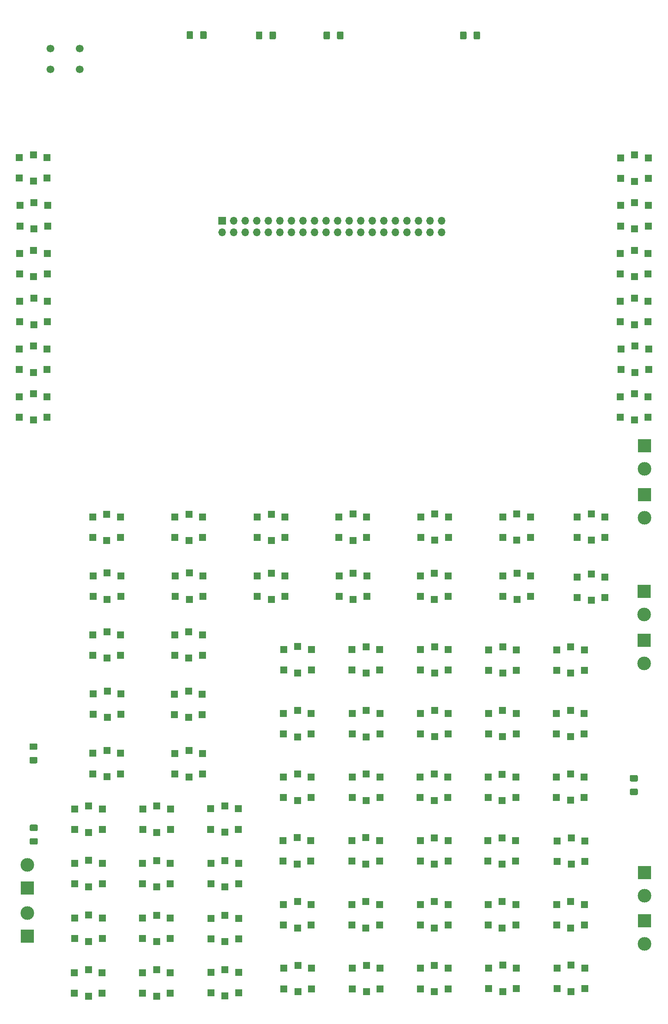
<source format=gbr>
%TF.GenerationSoftware,KiCad,Pcbnew,(5.1.9)-1*%
%TF.CreationDate,2021-06-21T17:11:14+02:00*%
%TF.ProjectId,opena3xx-mcdu,6f70656e-6133-4787-982d-6d6364752e6b,0.1*%
%TF.SameCoordinates,Original*%
%TF.FileFunction,Soldermask,Top*%
%TF.FilePolarity,Negative*%
%FSLAX46Y46*%
G04 Gerber Fmt 4.6, Leading zero omitted, Abs format (unit mm)*
G04 Created by KiCad (PCBNEW (5.1.9)-1) date 2021-06-21 17:11:14*
%MOMM*%
%LPD*%
G01*
G04 APERTURE LIST*
%ADD10C,3.000000*%
%ADD11R,3.000000X3.000000*%
%ADD12R,1.524000X1.524000*%
%ADD13C,1.700000*%
%ADD14O,1.700000X1.700000*%
%ADD15R,1.700000X1.700000*%
G04 APERTURE END LIST*
D10*
%TO.C,J3*%
X173482000Y-229260000D03*
D11*
X173482000Y-224180000D03*
%TD*%
D12*
%TO.C,SW74*%
X70168000Y-161328000D03*
X76268000Y-161328000D03*
X70168000Y-165828000D03*
X76268000Y-165828000D03*
X73268000Y-160678000D03*
X73268000Y-166478000D03*
%TD*%
D10*
%TO.C,J9*%
X173380000Y-167589000D03*
D11*
X173380000Y-162509000D03*
%TD*%
D12*
%TO.C,SW73*%
X142304000Y-135420000D03*
X148404000Y-135420000D03*
X142304000Y-139920000D03*
X148404000Y-139920000D03*
X145404000Y-134770000D03*
X145404000Y-140570000D03*
%TD*%
%TO.C,SW17*%
X127370000Y-140570000D03*
X127370000Y-134770000D03*
X130370000Y-139920000D03*
X124270000Y-139920000D03*
X130370000Y-135420000D03*
X124270000Y-135420000D03*
%TD*%
D10*
%TO.C,J8*%
X173380000Y-156896000D03*
D11*
X173380000Y-151816000D03*
%TD*%
D12*
%TO.C,SW3*%
X39145600Y-82657600D03*
X39145600Y-76857600D03*
X42145600Y-82007600D03*
X36045600Y-82007600D03*
X42145600Y-77507600D03*
X36045600Y-77507600D03*
%TD*%
%TO.C,SW72*%
X161812000Y-153778000D03*
X161812000Y-147978000D03*
X164812000Y-153128000D03*
X158712000Y-153128000D03*
X164812000Y-148628000D03*
X158712000Y-148628000D03*
%TD*%
%TO.C,SW71*%
X161812000Y-140570000D03*
X161812000Y-134770000D03*
X164812000Y-139920000D03*
X158712000Y-139920000D03*
X164812000Y-135420000D03*
X158712000Y-135420000D03*
%TD*%
D10*
%TO.C,J7*%
X173469000Y-124841000D03*
D11*
X173469000Y-119761000D03*
%TD*%
D10*
%TO.C,J6*%
X173469000Y-135636000D03*
D11*
X173469000Y-130556000D03*
%TD*%
D12*
%TO.C,SW25*%
X51272000Y-204755000D03*
X51272000Y-198955000D03*
X54272000Y-204105000D03*
X48172000Y-204105000D03*
X54272000Y-199605000D03*
X48172000Y-199605000D03*
%TD*%
D13*
%TO.C,SW100*%
X42824400Y-37033200D03*
X49324400Y-37033200D03*
X42824400Y-32533200D03*
X49324400Y-32533200D03*
%TD*%
D12*
%TO.C,SW70*%
X55259000Y-192538000D03*
X55259000Y-186738000D03*
X58259000Y-191888000D03*
X52159000Y-191888000D03*
X58259000Y-187388000D03*
X52159000Y-187388000D03*
%TD*%
%TO.C,SW69*%
X55361000Y-179482000D03*
X55361000Y-173682000D03*
X58361000Y-178832000D03*
X52261000Y-178832000D03*
X58361000Y-174332000D03*
X52261000Y-174332000D03*
%TD*%
%TO.C,SW68*%
X73319000Y-192563000D03*
X73319000Y-186763000D03*
X76319000Y-191913000D03*
X70219000Y-191913000D03*
X76319000Y-187413000D03*
X70219000Y-187413000D03*
%TD*%
%TO.C,SW67*%
X73243000Y-179508000D03*
X73243000Y-173708000D03*
X76243000Y-178858000D03*
X70143000Y-178858000D03*
X76243000Y-174358000D03*
X70143000Y-174358000D03*
%TD*%
%TO.C,SW66*%
X157342000Y-239757000D03*
X157342000Y-233957000D03*
X160342000Y-239107000D03*
X154242000Y-239107000D03*
X160342000Y-234607000D03*
X154242000Y-234607000D03*
%TD*%
%TO.C,SW65*%
X142305000Y-239757000D03*
X142305000Y-233957000D03*
X145305000Y-239107000D03*
X139205000Y-239107000D03*
X145305000Y-234607000D03*
X139205000Y-234607000D03*
%TD*%
%TO.C,SW64*%
X127294000Y-239782000D03*
X127294000Y-233982000D03*
X130294000Y-239132000D03*
X124194000Y-239132000D03*
X130294000Y-234632000D03*
X124194000Y-234632000D03*
%TD*%
%TO.C,SW63*%
X112333000Y-239782000D03*
X112333000Y-233982000D03*
X115333000Y-239132000D03*
X109233000Y-239132000D03*
X115333000Y-234632000D03*
X109233000Y-234632000D03*
%TD*%
%TO.C,SW62*%
X97271000Y-239782000D03*
X97271000Y-233982000D03*
X100271000Y-239132000D03*
X94171000Y-239132000D03*
X100271000Y-234632000D03*
X94171000Y-234632000D03*
%TD*%
%TO.C,SW61*%
X157266000Y-225787000D03*
X157266000Y-219987000D03*
X160266000Y-225137000D03*
X154166000Y-225137000D03*
X160266000Y-220637000D03*
X154166000Y-220637000D03*
%TD*%
%TO.C,SW60*%
X142178000Y-225761000D03*
X142178000Y-219961000D03*
X145178000Y-225111000D03*
X139078000Y-225111000D03*
X145178000Y-220611000D03*
X139078000Y-220611000D03*
%TD*%
%TO.C,SW59*%
X127294000Y-225787000D03*
X127294000Y-219987000D03*
X130294000Y-225137000D03*
X124194000Y-225137000D03*
X130294000Y-220637000D03*
X124194000Y-220637000D03*
%TD*%
%TO.C,SW58*%
X112206000Y-225787000D03*
X112206000Y-219987000D03*
X115206000Y-225137000D03*
X109106000Y-225137000D03*
X115206000Y-220637000D03*
X109106000Y-220637000D03*
%TD*%
%TO.C,SW57*%
X97169000Y-225761000D03*
X97169000Y-219961000D03*
X100169000Y-225111000D03*
X94069000Y-225111000D03*
X100169000Y-220611000D03*
X94069000Y-220611000D03*
%TD*%
%TO.C,SW56*%
X157367000Y-211766000D03*
X157367000Y-205966000D03*
X160367000Y-211116000D03*
X154267000Y-211116000D03*
X160367000Y-206616000D03*
X154267000Y-206616000D03*
%TD*%
%TO.C,SW55*%
X142153000Y-211740000D03*
X142153000Y-205940000D03*
X145153000Y-211090000D03*
X139053000Y-211090000D03*
X145153000Y-206590000D03*
X139053000Y-206590000D03*
%TD*%
%TO.C,SW54*%
X127294000Y-211740000D03*
X127294000Y-205940000D03*
X130294000Y-211090000D03*
X124194000Y-211090000D03*
X130294000Y-206590000D03*
X124194000Y-206590000D03*
%TD*%
%TO.C,SW53*%
X112206000Y-211715000D03*
X112206000Y-205915000D03*
X115206000Y-211065000D03*
X109106000Y-211065000D03*
X115206000Y-206565000D03*
X109106000Y-206565000D03*
%TD*%
%TO.C,SW52*%
X97093000Y-211715000D03*
X97093000Y-205915000D03*
X100093000Y-211065000D03*
X93993000Y-211065000D03*
X100093000Y-206565000D03*
X93993000Y-206565000D03*
%TD*%
%TO.C,SW51*%
X157240000Y-197720000D03*
X157240000Y-191920000D03*
X160240000Y-197070000D03*
X154140000Y-197070000D03*
X160240000Y-192570000D03*
X154140000Y-192570000D03*
%TD*%
%TO.C,SW50*%
X142204000Y-197770000D03*
X142204000Y-191970000D03*
X145204000Y-197120000D03*
X139104000Y-197120000D03*
X145204000Y-192620000D03*
X139104000Y-192620000D03*
%TD*%
%TO.C,SW49*%
X127268000Y-197745000D03*
X127268000Y-191945000D03*
X130268000Y-197095000D03*
X124168000Y-197095000D03*
X130268000Y-192595000D03*
X124168000Y-192595000D03*
%TD*%
%TO.C,SW48*%
X112308000Y-197745000D03*
X112308000Y-191945000D03*
X115308000Y-197095000D03*
X109208000Y-197095000D03*
X115308000Y-192595000D03*
X109208000Y-192595000D03*
%TD*%
%TO.C,SW47*%
X97195000Y-197745000D03*
X97195000Y-191945000D03*
X100195000Y-197095000D03*
X94095000Y-197095000D03*
X100195000Y-192595000D03*
X94095000Y-192595000D03*
%TD*%
%TO.C,SW46*%
X157240000Y-183750000D03*
X157240000Y-177950000D03*
X160240000Y-183100000D03*
X154140000Y-183100000D03*
X160240000Y-178600000D03*
X154140000Y-178600000D03*
%TD*%
%TO.C,SW45*%
X142280000Y-183750000D03*
X142280000Y-177950000D03*
X145280000Y-183100000D03*
X139180000Y-183100000D03*
X145280000Y-178600000D03*
X139180000Y-178600000D03*
%TD*%
%TO.C,SW44*%
X127345000Y-183750000D03*
X127345000Y-177950000D03*
X130345000Y-183100000D03*
X124245000Y-183100000D03*
X130345000Y-178600000D03*
X124245000Y-178600000D03*
%TD*%
%TO.C,SW43*%
X112308000Y-183775000D03*
X112308000Y-177975000D03*
X115308000Y-183125000D03*
X109208000Y-183125000D03*
X115308000Y-178625000D03*
X109208000Y-178625000D03*
%TD*%
%TO.C,SW42*%
X97169000Y-183775000D03*
X97169000Y-177975000D03*
X100169000Y-183125000D03*
X94069000Y-183125000D03*
X100169000Y-178625000D03*
X94069000Y-178625000D03*
%TD*%
%TO.C,SW41*%
X157266000Y-169780000D03*
X157266000Y-163980000D03*
X160266000Y-169130000D03*
X154166000Y-169130000D03*
X160266000Y-164630000D03*
X154166000Y-164630000D03*
%TD*%
%TO.C,SW40*%
X142305000Y-169780000D03*
X142305000Y-163980000D03*
X145305000Y-169130000D03*
X139205000Y-169130000D03*
X145305000Y-164630000D03*
X139205000Y-164630000D03*
%TD*%
%TO.C,SW39*%
X127345000Y-169754000D03*
X127345000Y-163954000D03*
X130345000Y-169104000D03*
X124245000Y-169104000D03*
X130345000Y-164604000D03*
X124245000Y-164604000D03*
%TD*%
%TO.C,SW38*%
X112257000Y-169754000D03*
X112257000Y-163954000D03*
X115257000Y-169104000D03*
X109157000Y-169104000D03*
X115257000Y-164604000D03*
X109157000Y-164604000D03*
%TD*%
%TO.C,SW37*%
X97246000Y-169729000D03*
X97246000Y-163929000D03*
X100246000Y-169079000D03*
X94146000Y-169079000D03*
X100246000Y-164579000D03*
X94146000Y-164579000D03*
%TD*%
%TO.C,SW36*%
X81218000Y-240696000D03*
X81218000Y-234896000D03*
X84218000Y-240046000D03*
X78118000Y-240046000D03*
X84218000Y-235546000D03*
X78118000Y-235546000D03*
%TD*%
%TO.C,SW35*%
X66192000Y-240750000D03*
X66192000Y-234950000D03*
X69192000Y-240100000D03*
X63092000Y-240100000D03*
X69192000Y-235600000D03*
X63092000Y-235600000D03*
%TD*%
%TO.C,SW34*%
X51232000Y-240750000D03*
X51232000Y-234950000D03*
X54232000Y-240100000D03*
X48132000Y-240100000D03*
X54232000Y-235600000D03*
X48132000Y-235600000D03*
%TD*%
%TO.C,SW33*%
X81218000Y-228784000D03*
X81218000Y-222984000D03*
X84218000Y-228134000D03*
X78118000Y-228134000D03*
X84218000Y-223634000D03*
X78118000Y-223634000D03*
%TD*%
%TO.C,SW32*%
X66181000Y-228758000D03*
X66181000Y-222958000D03*
X69181000Y-228108000D03*
X63081000Y-228108000D03*
X69181000Y-223608000D03*
X63081000Y-223608000D03*
%TD*%
%TO.C,SW31*%
X51246000Y-228733000D03*
X51246000Y-222933000D03*
X54246000Y-228083000D03*
X48146000Y-228083000D03*
X54246000Y-223583000D03*
X48146000Y-223583000D03*
%TD*%
%TO.C,SW30*%
X81244000Y-216744000D03*
X81244000Y-210944000D03*
X84244000Y-216094000D03*
X78144000Y-216094000D03*
X84244000Y-211594000D03*
X78144000Y-211594000D03*
%TD*%
%TO.C,SW29*%
X66181000Y-216744000D03*
X66181000Y-210944000D03*
X69181000Y-216094000D03*
X63081000Y-216094000D03*
X69181000Y-211594000D03*
X63081000Y-211594000D03*
%TD*%
%TO.C,SW28*%
X51246000Y-216719000D03*
X51246000Y-210919000D03*
X54246000Y-216069000D03*
X48146000Y-216069000D03*
X54246000Y-211569000D03*
X48146000Y-211569000D03*
%TD*%
%TO.C,SW27*%
X81193000Y-204730000D03*
X81193000Y-198930000D03*
X84193000Y-204080000D03*
X78093000Y-204080000D03*
X84193000Y-199580000D03*
X78093000Y-199580000D03*
%TD*%
%TO.C,SW26*%
X66232000Y-204755000D03*
X66232000Y-198955000D03*
X69232000Y-204105000D03*
X63132000Y-204105000D03*
X69232000Y-199605000D03*
X63132000Y-199605000D03*
%TD*%
%TO.C,SW24*%
X55285000Y-166478000D03*
X55285000Y-160678000D03*
X58285000Y-165828000D03*
X52185000Y-165828000D03*
X58285000Y-161328000D03*
X52185000Y-161328000D03*
%TD*%
%TO.C,SW23*%
X145429000Y-153574000D03*
X145429000Y-147774000D03*
X148429000Y-152924000D03*
X142329000Y-152924000D03*
X148429000Y-148424000D03*
X142329000Y-148424000D03*
%TD*%
%TO.C,SW22*%
X127294000Y-153574000D03*
X127294000Y-147774000D03*
X130294000Y-152924000D03*
X124194000Y-152924000D03*
X130294000Y-148424000D03*
X124194000Y-148424000D03*
%TD*%
%TO.C,SW21*%
X109412000Y-153574000D03*
X109412000Y-147774000D03*
X112412000Y-152924000D03*
X106312000Y-152924000D03*
X112412000Y-148424000D03*
X106312000Y-148424000D03*
%TD*%
%TO.C,SW20*%
X91429000Y-153574000D03*
X91429000Y-147774000D03*
X94429000Y-152924000D03*
X88329000Y-152924000D03*
X94429000Y-148424000D03*
X88329000Y-148424000D03*
%TD*%
%TO.C,SW19*%
X73395000Y-153549000D03*
X73395000Y-147749000D03*
X76395000Y-152899000D03*
X70295000Y-152899000D03*
X76395000Y-148399000D03*
X70295000Y-148399000D03*
%TD*%
%TO.C,SW18*%
X55310000Y-153549000D03*
X55310000Y-147749000D03*
X58310000Y-152899000D03*
X52210000Y-152899000D03*
X58310000Y-148399000D03*
X52210000Y-148399000D03*
%TD*%
%TO.C,SW16*%
X109387000Y-140595000D03*
X109387000Y-134795000D03*
X112387000Y-139945000D03*
X106287000Y-139945000D03*
X112387000Y-135445000D03*
X106287000Y-135445000D03*
%TD*%
%TO.C,SW15*%
X91429000Y-140620000D03*
X91429000Y-134820000D03*
X94429000Y-139970000D03*
X88329000Y-139970000D03*
X94429000Y-135470000D03*
X88329000Y-135470000D03*
%TD*%
%TO.C,SW14*%
X73319000Y-140620000D03*
X73319000Y-134820000D03*
X76319000Y-139970000D03*
X70219000Y-139970000D03*
X76319000Y-135470000D03*
X70219000Y-135470000D03*
%TD*%
%TO.C,SW13*%
X55234000Y-140620000D03*
X55234000Y-134820000D03*
X58234000Y-139970000D03*
X52134000Y-139970000D03*
X58234000Y-135470000D03*
X52134000Y-135470000D03*
%TD*%
%TO.C,SW12*%
X171261000Y-114154000D03*
X171261000Y-108354000D03*
X174261000Y-113504000D03*
X168161000Y-113504000D03*
X174261000Y-109004000D03*
X168161000Y-109004000D03*
%TD*%
%TO.C,SW11*%
X171414000Y-103688800D03*
X171414000Y-97888800D03*
X174414000Y-103038800D03*
X168314000Y-103038800D03*
X174414000Y-98538800D03*
X168314000Y-98538800D03*
%TD*%
%TO.C,SW10*%
X171261000Y-93173200D03*
X171261000Y-87373200D03*
X174261000Y-92523200D03*
X168161000Y-92523200D03*
X174261000Y-88023200D03*
X168161000Y-88023200D03*
%TD*%
%TO.C,SW9*%
X171276000Y-82657600D03*
X171276000Y-76857600D03*
X174276000Y-82007600D03*
X168176000Y-82007600D03*
X174276000Y-77507600D03*
X168176000Y-77507600D03*
%TD*%
%TO.C,SW8*%
X171312000Y-72142000D03*
X171312000Y-66342000D03*
X174312000Y-71492000D03*
X168212000Y-71492000D03*
X174312000Y-66992000D03*
X168212000Y-66992000D03*
%TD*%
%TO.C,SW7*%
X171312000Y-61677200D03*
X171312000Y-55877200D03*
X174312000Y-61027200D03*
X168212000Y-61027200D03*
X174312000Y-56527200D03*
X168212000Y-56527200D03*
%TD*%
%TO.C,SW6*%
X39130400Y-114154000D03*
X39130400Y-108354000D03*
X42130400Y-113504000D03*
X36030400Y-113504000D03*
X42130400Y-109004000D03*
X36030400Y-109004000D03*
%TD*%
%TO.C,SW5*%
X39120200Y-103688800D03*
X39120200Y-97888800D03*
X42120200Y-103038800D03*
X36020200Y-103038800D03*
X42120200Y-98538800D03*
X36020200Y-98538800D03*
%TD*%
%TO.C,SW4*%
X39181200Y-93173200D03*
X39181200Y-87373200D03*
X42181200Y-92523200D03*
X36081200Y-92523200D03*
X42181200Y-88023200D03*
X36081200Y-88023200D03*
%TD*%
%TO.C,SW2*%
X39232000Y-72142000D03*
X39232000Y-66342000D03*
X42232000Y-71492000D03*
X36132000Y-71492000D03*
X42232000Y-66992000D03*
X36132000Y-66992000D03*
%TD*%
%TO.C,SW1*%
X39130400Y-61626400D03*
X39130400Y-55826400D03*
X42130400Y-60976400D03*
X36030400Y-60976400D03*
X42130400Y-56476400D03*
X36030400Y-56476400D03*
%TD*%
D10*
%TO.C,J4*%
X173482000Y-218643000D03*
D11*
X173482000Y-213563000D03*
%TD*%
D14*
%TO.C,J5*%
X128904600Y-72847200D03*
X128904600Y-70307200D03*
X126364600Y-72847200D03*
X126364600Y-70307200D03*
X123824600Y-72847200D03*
X123824600Y-70307200D03*
X121284600Y-72847200D03*
X121284600Y-70307200D03*
X118744600Y-72847200D03*
X118744600Y-70307200D03*
X116204600Y-72847200D03*
X116204600Y-70307200D03*
X113664600Y-72847200D03*
X113664600Y-70307200D03*
X111124600Y-72847200D03*
X111124600Y-70307200D03*
X108584600Y-72847200D03*
X108584600Y-70307200D03*
X106044600Y-72847200D03*
X106044600Y-70307200D03*
X103504600Y-72847200D03*
X103504600Y-70307200D03*
X100964600Y-72847200D03*
X100964600Y-70307200D03*
X98424600Y-72847200D03*
X98424600Y-70307200D03*
X95884600Y-72847200D03*
X95884600Y-70307200D03*
X93344600Y-72847200D03*
X93344600Y-70307200D03*
X90804600Y-72847200D03*
X90804600Y-70307200D03*
X88264600Y-72847200D03*
X88264600Y-70307200D03*
X85724600Y-72847200D03*
X85724600Y-70307200D03*
X83184600Y-72847200D03*
X83184600Y-70307200D03*
X80644600Y-72847200D03*
D15*
X80644600Y-70307200D03*
%TD*%
D10*
%TO.C,J2*%
X37782000Y-211925000D03*
D11*
X37782000Y-217005000D03*
%TD*%
D10*
%TO.C,J1*%
X37782000Y-222529000D03*
D11*
X37782000Y-227609000D03*
%TD*%
%TO.C,D11*%
G36*
G01*
X39804000Y-204470000D02*
X38554000Y-204470000D01*
G75*
G02*
X38304000Y-204220000I0J250000D01*
G01*
X38304000Y-203295000D01*
G75*
G02*
X38554000Y-203045000I250000J0D01*
G01*
X39804000Y-203045000D01*
G75*
G02*
X40054000Y-203295000I0J-250000D01*
G01*
X40054000Y-204220000D01*
G75*
G02*
X39804000Y-204470000I-250000J0D01*
G01*
G37*
G36*
G01*
X39804000Y-207445000D02*
X38554000Y-207445000D01*
G75*
G02*
X38304000Y-207195000I0J250000D01*
G01*
X38304000Y-206270000D01*
G75*
G02*
X38554000Y-206020000I250000J0D01*
G01*
X39804000Y-206020000D01*
G75*
G02*
X40054000Y-206270000I0J-250000D01*
G01*
X40054000Y-207195000D01*
G75*
G02*
X39804000Y-207445000I-250000J0D01*
G01*
G37*
%TD*%
%TO.C,D10*%
G36*
G01*
X171770000Y-193586000D02*
X170520000Y-193586000D01*
G75*
G02*
X170270000Y-193336000I0J250000D01*
G01*
X170270000Y-192411000D01*
G75*
G02*
X170520000Y-192161000I250000J0D01*
G01*
X171770000Y-192161000D01*
G75*
G02*
X172020000Y-192411000I0J-250000D01*
G01*
X172020000Y-193336000D01*
G75*
G02*
X171770000Y-193586000I-250000J0D01*
G01*
G37*
G36*
G01*
X171770000Y-196561000D02*
X170520000Y-196561000D01*
G75*
G02*
X170270000Y-196311000I0J250000D01*
G01*
X170270000Y-195386000D01*
G75*
G02*
X170520000Y-195136000I250000J0D01*
G01*
X171770000Y-195136000D01*
G75*
G02*
X172020000Y-195386000I0J-250000D01*
G01*
X172020000Y-196311000D01*
G75*
G02*
X171770000Y-196561000I-250000J0D01*
G01*
G37*
%TD*%
%TO.C,D9*%
G36*
G01*
X39741000Y-186626000D02*
X38491000Y-186626000D01*
G75*
G02*
X38241000Y-186376000I0J250000D01*
G01*
X38241000Y-185451000D01*
G75*
G02*
X38491000Y-185201000I250000J0D01*
G01*
X39741000Y-185201000D01*
G75*
G02*
X39991000Y-185451000I0J-250000D01*
G01*
X39991000Y-186376000D01*
G75*
G02*
X39741000Y-186626000I-250000J0D01*
G01*
G37*
G36*
G01*
X39741000Y-189601000D02*
X38491000Y-189601000D01*
G75*
G02*
X38241000Y-189351000I0J250000D01*
G01*
X38241000Y-188426000D01*
G75*
G02*
X38491000Y-188176000I250000J0D01*
G01*
X39741000Y-188176000D01*
G75*
G02*
X39991000Y-188426000I0J-250000D01*
G01*
X39991000Y-189351000D01*
G75*
G02*
X39741000Y-189601000I-250000J0D01*
G01*
G37*
%TD*%
%TO.C,D8*%
G36*
G01*
X105868000Y-30228700D02*
X105868000Y-28978700D01*
G75*
G02*
X106118000Y-28728700I250000J0D01*
G01*
X107043000Y-28728700D01*
G75*
G02*
X107293000Y-28978700I0J-250000D01*
G01*
X107293000Y-30228700D01*
G75*
G02*
X107043000Y-30478700I-250000J0D01*
G01*
X106118000Y-30478700D01*
G75*
G02*
X105868000Y-30228700I0J250000D01*
G01*
G37*
G36*
G01*
X102893000Y-30228700D02*
X102893000Y-28978700D01*
G75*
G02*
X103143000Y-28728700I250000J0D01*
G01*
X104068000Y-28728700D01*
G75*
G02*
X104318000Y-28978700I0J-250000D01*
G01*
X104318000Y-30228700D01*
G75*
G02*
X104068000Y-30478700I-250000J0D01*
G01*
X103143000Y-30478700D01*
G75*
G02*
X102893000Y-30228700I0J250000D01*
G01*
G37*
%TD*%
%TO.C,D7*%
G36*
G01*
X91008000Y-30228700D02*
X91008000Y-28978700D01*
G75*
G02*
X91258000Y-28728700I250000J0D01*
G01*
X92183000Y-28728700D01*
G75*
G02*
X92433000Y-28978700I0J-250000D01*
G01*
X92433000Y-30228700D01*
G75*
G02*
X92183000Y-30478700I-250000J0D01*
G01*
X91258000Y-30478700D01*
G75*
G02*
X91008000Y-30228700I0J250000D01*
G01*
G37*
G36*
G01*
X88033000Y-30228700D02*
X88033000Y-28978700D01*
G75*
G02*
X88283000Y-28728700I250000J0D01*
G01*
X89208000Y-28728700D01*
G75*
G02*
X89458000Y-28978700I0J-250000D01*
G01*
X89458000Y-30228700D01*
G75*
G02*
X89208000Y-30478700I-250000J0D01*
G01*
X88283000Y-30478700D01*
G75*
G02*
X88033000Y-30228700I0J250000D01*
G01*
G37*
%TD*%
%TO.C,D6*%
G36*
G01*
X135903000Y-30228700D02*
X135903000Y-28978700D01*
G75*
G02*
X136153000Y-28728700I250000J0D01*
G01*
X137078000Y-28728700D01*
G75*
G02*
X137328000Y-28978700I0J-250000D01*
G01*
X137328000Y-30228700D01*
G75*
G02*
X137078000Y-30478700I-250000J0D01*
G01*
X136153000Y-30478700D01*
G75*
G02*
X135903000Y-30228700I0J250000D01*
G01*
G37*
G36*
G01*
X132928000Y-30228700D02*
X132928000Y-28978700D01*
G75*
G02*
X133178000Y-28728700I250000J0D01*
G01*
X134103000Y-28728700D01*
G75*
G02*
X134353000Y-28978700I0J-250000D01*
G01*
X134353000Y-30228700D01*
G75*
G02*
X134103000Y-30478700I-250000J0D01*
G01*
X133178000Y-30478700D01*
G75*
G02*
X132928000Y-30228700I0J250000D01*
G01*
G37*
%TD*%
%TO.C,D5*%
G36*
G01*
X75768000Y-30165200D02*
X75768000Y-28915200D01*
G75*
G02*
X76018000Y-28665200I250000J0D01*
G01*
X76943000Y-28665200D01*
G75*
G02*
X77193000Y-28915200I0J-250000D01*
G01*
X77193000Y-30165200D01*
G75*
G02*
X76943000Y-30415200I-250000J0D01*
G01*
X76018000Y-30415200D01*
G75*
G02*
X75768000Y-30165200I0J250000D01*
G01*
G37*
G36*
G01*
X72793000Y-30165200D02*
X72793000Y-28915200D01*
G75*
G02*
X73043000Y-28665200I250000J0D01*
G01*
X73968000Y-28665200D01*
G75*
G02*
X74218000Y-28915200I0J-250000D01*
G01*
X74218000Y-30165200D01*
G75*
G02*
X73968000Y-30415200I-250000J0D01*
G01*
X73043000Y-30415200D01*
G75*
G02*
X72793000Y-30165200I0J250000D01*
G01*
G37*
%TD*%
M02*

</source>
